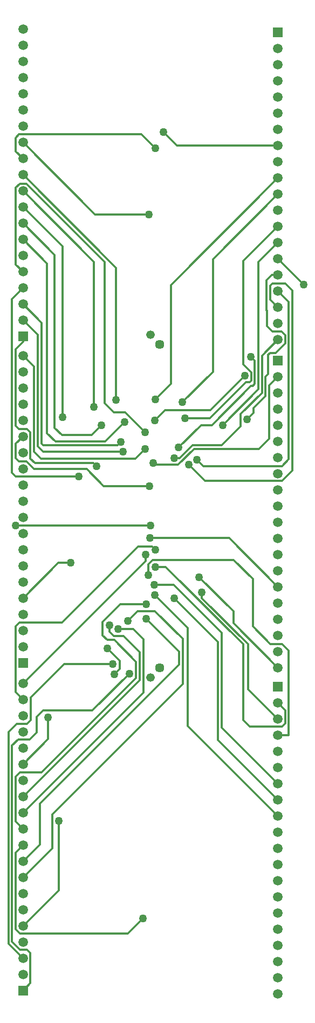
<source format=gbl>
%TF.GenerationSoftware,Altium Limited,Altium Designer,22.11.1 (43)*%
G04 Layer_Physical_Order=2*
G04 Layer_Color=16711680*
%FSLAX45Y45*%
%MOMM*%
%TF.SameCoordinates,8E6B7D1E-C15C-42CD-BC71-5E9529DE4995*%
%TF.FilePolarity,Positive*%
%TF.FileFunction,Copper,L2,Bot,Signal*%
%TF.Part,Single*%
G01*
G75*
%TA.AperFunction,Conductor*%
%ADD11C,0.30000*%
%TA.AperFunction,ComponentPad*%
%ADD12R,1.50000X1.50000*%
%ADD13C,1.50000*%
%ADD14C,1.45000*%
%ADD15C,1.33800*%
%TA.AperFunction,ViaPad*%
%ADD16C,1.27000*%
D11*
X5110480Y13924280D02*
X5328920Y13705840D01*
X3190240Y13924280D02*
X5110480D01*
X3134360Y13868401D02*
X3190240Y13924280D01*
X3134360Y13659637D02*
Y13868401D01*
Y13659637D02*
X3249996Y13544000D01*
X5331460Y9766300D02*
X5570220Y10005060D01*
Y11560221D01*
X7249998Y13239999D01*
X4363837Y9646001D02*
Y11922161D01*
X3249996Y13036002D02*
X4363837Y11922161D01*
X5753100Y9720580D02*
X6230620Y10198100D01*
Y11966621D01*
X7249998Y12985999D01*
X3249996Y12782001D02*
X3868420Y12163577D01*
Y9484330D02*
Y12163577D01*
X4325620Y9202384D02*
X4482658Y9359422D01*
X3860800Y9202384D02*
X4325620D01*
X3749040Y9314144D02*
X3860800Y9202384D01*
X3749040Y9314144D02*
Y12028957D01*
X3249996Y12528001D02*
X3749040Y12028957D01*
X4540758Y9097899D02*
X4848860Y9406001D01*
X3759200Y9097899D02*
X4540758D01*
X3627501Y9229598D02*
X3759200Y9097899D01*
X3627501Y9229598D02*
Y11896496D01*
X3249996Y12274001D02*
X3627501Y11896496D01*
X7249998Y11969999D02*
X7653020Y11566977D01*
X3134360Y8554720D02*
X4126057D01*
X3079196Y8609884D02*
X3134360Y8554720D01*
X3079196Y8609884D02*
Y11341202D01*
X3249996Y11512001D01*
X3250001Y10450002D02*
X3421380Y10278623D01*
Y8943340D02*
Y10278623D01*
Y8943340D02*
X3533379Y8831341D01*
X5013670D01*
X5168900Y8986571D01*
X6189980Y9593580D02*
X6731000Y10134600D01*
X5483860Y9593580D02*
X6189980D01*
X5323840Y9433560D02*
X5483860Y9593580D01*
X3134360Y7782560D02*
X5250180D01*
X7111914Y9983917D02*
X7249998Y10122002D01*
X7111914Y9144000D02*
Y9983917D01*
X6954347Y8986434D02*
X7111914Y9144000D01*
X5936610Y8986434D02*
X6954347D01*
X5685658Y8735482D02*
X5936610Y8986434D01*
X5321803Y8735482D02*
X5685658D01*
X5291282Y8766002D02*
X5321803Y8735482D01*
X6485778Y7584222D02*
X7249998Y6820002D01*
X5247640Y7584222D02*
X6485778D01*
X3803279Y7193280D02*
X3997960D01*
X3250001Y6640002D02*
X3803279Y7193280D01*
X6553611Y6246388D02*
X7249998Y5550002D01*
X6553611Y6246388D02*
Y6435557D01*
X6017260Y6971909D02*
X6553611Y6435557D01*
X3250001Y5300000D02*
X5173980Y7223978D01*
Y7327900D01*
X5331460Y7132320D02*
X5488940D01*
X6705600Y5915660D01*
Y4726940D02*
Y5915660D01*
Y4726940D02*
X6807200Y4625340D01*
X7315200D01*
X7366000Y4676140D01*
Y4880000D01*
X7249998Y4996002D02*
X7366000Y4880000D01*
X6781800Y5210200D02*
X7249998Y4742002D01*
X6781800Y5210200D02*
Y5918200D01*
X6058332Y6641668D02*
X6781800Y5918200D01*
X6058332Y6641668D02*
Y6733540D01*
X3647440Y4427438D02*
Y4770120D01*
X3250001Y4030000D02*
X3647440Y4427438D01*
X3250001Y3522000D02*
X5079284Y5351282D01*
Y5793024D01*
X4826305Y6046003D02*
X5079284Y5793024D01*
X4673600Y6046003D02*
X4826305D01*
X4605498Y6114105D02*
X4673600Y6046003D01*
X4605498Y6114105D02*
Y6216010D01*
X6308877Y4413123D02*
X7249998Y3472002D01*
X6308877Y4413123D02*
Y5949884D01*
X5623560Y6635201D02*
X6308877Y5949884D01*
X3250001Y3268000D02*
X5140960Y5158958D01*
Y5994400D01*
X4983480Y6151880D02*
X5140960Y5994400D01*
X4744720Y6151880D02*
X4983480D01*
X5321838Y6687820D02*
X5834380Y6175278D01*
Y4633620D02*
Y6175278D01*
Y4633620D02*
X7249998Y3218002D01*
X4778456Y6542141D02*
X5181600D01*
X4501596Y6265281D02*
X4778456Y6542141D01*
X4501596Y6057138D02*
Y6265281D01*
Y6057138D02*
X4576775Y5981959D01*
X4683318D01*
X5023881Y5641396D01*
Y5384800D02*
Y5641396D01*
X3543061Y3903980D02*
X5023881Y5384800D01*
X3200400Y3903980D02*
X3543061D01*
X3134360Y3837940D02*
X3200400Y3903980D01*
X3134360Y3129641D02*
Y3837940D01*
Y3129641D02*
X3250001Y3014000D01*
Y2506000D02*
X3515360Y2771358D01*
Y3413760D01*
X5702300Y5600700D01*
Y5801360D01*
X5188458Y6315202D02*
X5702300Y5801360D01*
X4577080Y5849620D02*
X4767580Y5659120D01*
Y5527040D02*
Y5659120D01*
X4686300Y5445760D02*
X4767580Y5527040D01*
X3812540Y2052538D02*
Y3141980D01*
X3250001Y1490000D02*
X3812540Y2052538D01*
X3896360Y5605780D02*
X4663440D01*
X3370580Y5080000D02*
X3896360Y5605780D01*
X3370580Y4724400D02*
Y5080000D01*
X3312160Y4665980D02*
X3370580Y4724400D01*
X3149600Y4665980D02*
X3312160D01*
X3022600Y4538980D02*
X3149600Y4665980D01*
X3022600Y1209401D02*
Y4538980D01*
Y1209401D02*
X3250001Y982000D01*
Y474000D02*
X3365500Y589498D01*
Y1066800D01*
X3312160Y1120140D02*
X3365500Y1066800D01*
X3200400Y1120140D02*
X3312160D01*
X3078480Y1242060D02*
X3200400Y1120140D01*
X3078480Y1242060D02*
Y4323080D01*
X3177540Y4422140D01*
X3352800D01*
X3464560Y4533900D01*
Y4775200D01*
X3566160Y4876800D01*
X4340017D01*
X4919980Y5456763D01*
X3134360Y5161641D02*
X3250001Y5046000D01*
X3134360Y5161641D02*
Y6197600D01*
X3195320Y6258560D01*
X3866835D01*
X5055316Y7447041D01*
X5278359D01*
X5328920Y7396480D01*
X5311699Y6852920D02*
X5613400D01*
X6372860Y6093460D01*
Y4603140D02*
Y6093460D01*
Y4603140D02*
X7249998Y3726002D01*
Y4488002D02*
X7419340D01*
X7421880Y4490542D01*
Y5814060D01*
X7315200Y5920740D02*
X7421880Y5814060D01*
X7134860Y5920740D02*
X7315200D01*
X6858000Y6197600D02*
X7134860Y5920740D01*
X6858000Y6197600D02*
Y6941820D01*
X6558280Y7241540D02*
X6858000Y6941820D01*
X5283200Y7241540D02*
X6558280D01*
X5214620Y7172960D02*
X5283200Y7241540D01*
X5214620Y7006001D02*
Y7172960D01*
X7132320Y11325677D02*
X7249998Y11207999D01*
X7132320Y11325677D02*
Y11549380D01*
X7162800Y11579860D01*
X7366000D01*
X7476206Y11469654D01*
Y8642066D02*
Y11469654D01*
X7315200Y8481060D02*
X7476206Y8642066D01*
X6105083Y8481060D02*
X7315200D01*
X5851083Y8735060D02*
X6105083Y8481060D01*
X7249998Y11461999D02*
X7420803Y11291194D01*
Y8820343D02*
Y11291194D01*
X7315200Y8714740D02*
X7420803Y8820343D01*
X6085124Y8714740D02*
X7315200D01*
X5983524Y8816340D02*
X6085124Y8714740D01*
X6771640Y9448800D02*
X6873240Y9550400D01*
Y9625818D01*
X7056511Y9809089D01*
X7056509Y10117209D02*
X7056511Y9809089D01*
X7056509Y10117209D02*
X7101840Y10162540D01*
Y10462260D01*
X7132320Y10492740D01*
X7213600D01*
X7365401Y10644541D01*
Y10770199D01*
X7307580Y10828020D02*
X7365401Y10770199D01*
X7162800Y10828020D02*
X7307580D01*
X7078980Y10911840D02*
X7162800Y10828020D01*
X7078980Y10911840D02*
Y11155680D01*
X7076440Y11158220D02*
X7078980Y11155680D01*
X7076440Y11158220D02*
Y11633200D01*
X7159239Y11715999D01*
X7249998D01*
X5621020Y8841740D02*
X5712460D01*
X5913120Y9042400D01*
X6371275D01*
X6667739Y9338864D01*
Y9531121D01*
X7001109Y9864491D01*
Y10451109D01*
X7249998Y10699999D01*
X5696382Y9006002D02*
X6050041Y9359661D01*
X6214425D01*
X6830060Y9975296D01*
X6858000D01*
X6890304Y10007600D01*
Y10371536D01*
X6830060Y10431780D02*
X6890304Y10371536D01*
X5793740Y9466580D02*
X6186932D01*
X6751051Y10030699D01*
X6807200D01*
X6834901Y10058400D01*
Y10188179D01*
X6710680Y10312400D02*
X6834901Y10188179D01*
X6710680Y10312400D02*
Y11938681D01*
X7249998Y12477999D01*
X6945706Y11919707D02*
X7249998Y12223999D01*
X6945706Y9919894D02*
Y11919707D01*
X6382619Y9356806D02*
X6945706Y9919894D01*
X4353799Y8760221D02*
X4403090Y8710930D01*
X3439399Y8760221D02*
X4353799D01*
X3365500Y8834120D02*
X3439399Y8760221D01*
X3365500Y8834120D02*
Y9245600D01*
X3314700Y9296400D02*
X3365500Y9245600D01*
X3185399Y9296400D02*
X3314700D01*
X3134599Y9347200D02*
X3185399Y9296400D01*
X3134599Y9347200D02*
Y10552603D01*
X3249996Y10668000D01*
Y10750001D01*
X4518660Y8402320D02*
X5232400D01*
X4251960Y8669020D02*
X4518660Y8402320D01*
X3420384Y8669020D02*
X4251960D01*
X3302000Y8787404D02*
X3420384Y8669020D01*
X3186394Y8787404D02*
X3302000D01*
X3134599Y8839200D02*
X3186394Y8787404D01*
X3134599Y8839200D02*
Y9064600D01*
X3250001Y9180002D01*
X4897120Y6286500D02*
X5048860Y6438240D01*
X5319420D01*
X5758180Y5999480D01*
Y5295900D02*
Y5999480D01*
X3708400Y3246120D02*
X5758180Y5295900D01*
X3708400Y2710398D02*
Y3246120D01*
X3250001Y2252000D02*
X3708400Y2710398D01*
X3134360Y2644358D02*
X3250001Y2760000D01*
X3134360Y1440180D02*
Y2644358D01*
Y1440180D02*
X3200400Y1374140D01*
X4899660D01*
X5135880Y1610360D01*
X4851801Y9563100D02*
X5168900Y9246001D01*
X4673600Y9563100D02*
X4851801D01*
X4536440Y9700260D02*
X4673600Y9563100D01*
X4536440Y9700260D02*
Y11917680D01*
X3302000Y13152119D02*
X4536440Y11917680D01*
X3200400Y13152119D02*
X3302000D01*
X3134360Y13086079D02*
X3200400Y13152119D01*
X3134360Y11881637D02*
Y13086079D01*
Y11881637D02*
X3249996Y11766001D01*
X4711360Y9753600D02*
Y11828638D01*
X3249996Y13290001D02*
X4711360Y11828638D01*
X3249996Y11258001D02*
X3540735Y10967263D01*
Y9065285D02*
Y10967263D01*
Y9065285D02*
X3563620Y9042400D01*
X4739640D01*
X4790440Y9093200D01*
X3249996Y11004001D02*
X3479719Y10774279D01*
Y9029431D02*
Y10774279D01*
Y9029431D02*
X3568349Y8940800D01*
X4820920D01*
X3249996Y13798001D02*
X4381017Y12666980D01*
X5224780D01*
X5670301Y13748000D02*
X7249998D01*
X5458460Y13959840D02*
X5670301Y13748000D01*
D12*
X7249998Y15525999D02*
D03*
X3249996Y10750001D02*
D03*
X7249998Y10376002D02*
D03*
X3250001Y5624002D02*
D03*
X7249998Y5250002D02*
D03*
X3250001Y474000D02*
D03*
D13*
X7249998Y15271999D02*
D03*
Y15017999D02*
D03*
Y14763998D02*
D03*
Y14509999D02*
D03*
Y14256000D02*
D03*
Y14001999D02*
D03*
Y13748000D02*
D03*
Y13493999D02*
D03*
Y13239999D02*
D03*
Y12985999D02*
D03*
Y12731999D02*
D03*
Y12477999D02*
D03*
Y12223999D02*
D03*
Y11969999D02*
D03*
Y11715999D02*
D03*
Y11461999D02*
D03*
Y11207999D02*
D03*
Y10953999D02*
D03*
Y10699999D02*
D03*
X3249996Y11004001D02*
D03*
Y11258001D02*
D03*
Y11512001D02*
D03*
Y11766001D02*
D03*
Y12020001D02*
D03*
Y12274001D02*
D03*
Y12528001D02*
D03*
Y12782001D02*
D03*
Y13036002D02*
D03*
Y13290001D02*
D03*
Y13544000D02*
D03*
Y13798001D02*
D03*
Y14052000D02*
D03*
Y14306001D02*
D03*
Y14560001D02*
D03*
Y14814001D02*
D03*
Y15068001D02*
D03*
Y15322002D02*
D03*
Y15576001D02*
D03*
X7249998Y10122002D02*
D03*
Y9868002D02*
D03*
Y9614002D02*
D03*
Y9360002D02*
D03*
Y9106002D02*
D03*
Y8852002D02*
D03*
Y8598002D02*
D03*
Y8344002D02*
D03*
Y8090002D02*
D03*
Y7836002D02*
D03*
Y7582002D02*
D03*
Y7328002D02*
D03*
Y7074002D02*
D03*
Y6820002D02*
D03*
Y6566002D02*
D03*
Y6312002D02*
D03*
Y6058002D02*
D03*
Y5804002D02*
D03*
Y5550002D02*
D03*
X3250001Y5878002D02*
D03*
Y6132002D02*
D03*
Y6386002D02*
D03*
Y6640002D02*
D03*
Y6894002D02*
D03*
Y7148002D02*
D03*
Y7402002D02*
D03*
Y7656002D02*
D03*
Y7910002D02*
D03*
Y8164002D02*
D03*
Y8418002D02*
D03*
Y8672002D02*
D03*
Y8926002D02*
D03*
Y9180002D02*
D03*
Y9434002D02*
D03*
Y9688002D02*
D03*
Y9942002D02*
D03*
Y10196002D02*
D03*
Y10450002D02*
D03*
X7249998Y4996002D02*
D03*
Y4742002D02*
D03*
Y4488002D02*
D03*
Y4234002D02*
D03*
Y3980002D02*
D03*
Y3726002D02*
D03*
Y3472002D02*
D03*
Y3218002D02*
D03*
Y2964002D02*
D03*
Y2710002D02*
D03*
Y2456002D02*
D03*
Y2202002D02*
D03*
Y1948002D02*
D03*
Y1694002D02*
D03*
Y1440002D02*
D03*
Y1186002D02*
D03*
Y932002D02*
D03*
Y678002D02*
D03*
Y424002D02*
D03*
X3250001Y728000D02*
D03*
Y982000D02*
D03*
Y1236000D02*
D03*
Y1490000D02*
D03*
Y1744000D02*
D03*
Y1998000D02*
D03*
Y2252000D02*
D03*
Y2506000D02*
D03*
Y2760000D02*
D03*
Y3014000D02*
D03*
Y3268000D02*
D03*
Y3522000D02*
D03*
Y3776000D02*
D03*
Y4030000D02*
D03*
Y4284000D02*
D03*
Y4538000D02*
D03*
Y4792000D02*
D03*
Y5046000D02*
D03*
Y5300000D02*
D03*
D14*
X5399994Y5545999D02*
D03*
Y10625999D02*
D03*
D15*
X5249997Y5396001D02*
D03*
Y10776001D02*
D03*
D16*
X5328920Y13705840D02*
D03*
X5331460Y9766300D02*
D03*
X4363837Y9646001D02*
D03*
X5753100Y9720580D02*
D03*
X3868420Y9484330D02*
D03*
X4482658Y9359422D02*
D03*
X4848860Y9406001D02*
D03*
X7653020Y11566977D02*
D03*
X4126057Y8554720D02*
D03*
X5168900Y8986571D02*
D03*
X6731000Y10134600D02*
D03*
X5323840Y9433560D02*
D03*
X3134360Y7782560D02*
D03*
X5250180D02*
D03*
X5291282Y8766002D02*
D03*
X5247640Y7584222D02*
D03*
X3997960Y7193280D02*
D03*
X6017260Y6971909D02*
D03*
X5173980Y7327900D02*
D03*
X5331460Y7132320D02*
D03*
X6058332Y6733540D02*
D03*
X3647440Y4770120D02*
D03*
X4605498Y6216010D02*
D03*
X5623560Y6635201D02*
D03*
X4744720Y6151880D02*
D03*
X5321838Y6687820D02*
D03*
X5181600Y6542141D02*
D03*
X5188458Y6315202D02*
D03*
X4577080Y5849620D02*
D03*
X4686300Y5445760D02*
D03*
X3812540Y3141980D02*
D03*
X4663440Y5605780D02*
D03*
X4919980Y5456763D02*
D03*
X5328920Y7396480D02*
D03*
X5311699Y6852920D02*
D03*
X5214620Y7006001D02*
D03*
X5851083Y8735060D02*
D03*
X5983524Y8816340D02*
D03*
X6771640Y9448800D02*
D03*
X5621020Y8841740D02*
D03*
X5696382Y9006002D02*
D03*
X6830060Y10431780D02*
D03*
X5793740Y9466580D02*
D03*
X6382619Y9356806D02*
D03*
X4403090Y8710930D02*
D03*
X5232400Y8402320D02*
D03*
X4897120Y6286500D02*
D03*
X5135880Y1610360D02*
D03*
X5168900Y9246001D02*
D03*
X4711360Y9753600D02*
D03*
X4790440Y9093200D02*
D03*
X4820920Y8940800D02*
D03*
X5224780Y12666980D02*
D03*
X5458460Y13959840D02*
D03*
%TF.MD5,b8676684558cf71b072503dcf95c2bc9*%
M02*

</source>
